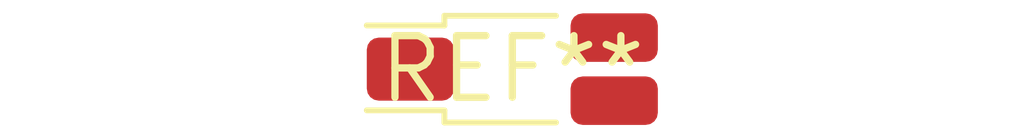
<source format=kicad_pcb>
(kicad_pcb (version 20240108) (generator pcbnew)
  (layers (0 "F.Cu" signal) (31 "B.Cu" signal) (34 "B.Paste" user) (35 "F.Paste" user) (36 "B.SilkS" user "B.Silkscreen") (37 "F.SilkS" user "F.Silkscreen") (38 "B.Mask" user) (39 "F.Mask" user) (44 "Edge.Cuts" user))
  (net 0 "")
  (footprint "Osram_SMD-SmartDIL" (layer "F.Cu") (at 0 0)
    (property "Reference" "REF**")
    (property "Value" "Osram_SMD-SmartDIL")
    (fp_line (start -1.4 -1.1) (end -1.4 -0.9) (layer "F.SilkS") (stroke (width 0.12)))
    (fp_line (start -1.4 -1.1) (end 0.9 -1.1) (layer "F.SilkS") (stroke (width 0.12)))
    (fp_line (start -1.4 -0.9) (end -3 -0.9) (layer "F.SilkS") (stroke (width 0.12)))
    (fp_line (start -1.4 0.85) (end -3 0.85) (layer "F.SilkS") (stroke (width 0.12)))
    (fp_line (start -1.4 1.1) (end -1.4 0.85) (layer "F.SilkS") (stroke (width 0.12)))
    (fp_line (start 0.9 1.1) (end -1.4 1.1) (layer "F.SilkS") (stroke (width 0.12)))
    (pad "1" smd roundrect (at -2.1 0 180) (size 1.8 1.3) (layers "F.Cu" "F.Paste" "F.Mask") (roundrect_rratio 0.19))
    (pad "2" smd roundrect (at 2.1 -0.65 180) (size 1.8 1) (layers "F.Cu" "F.Paste" "F.Mask"))
    (pad "3" smd roundrect (at 2.1 0.65 180) (size 1.8 1) (layers "F.Cu" "F.Paste" "F.Mask"))
  )
)
</source>
